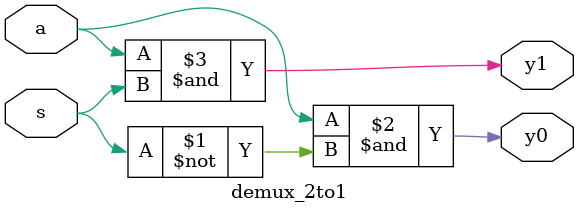
<source format=v>
module demux_2to1(input a,s, output y0,y1);
assign y0=a&~s;
assign y1=a&s;
endmodule

</source>
